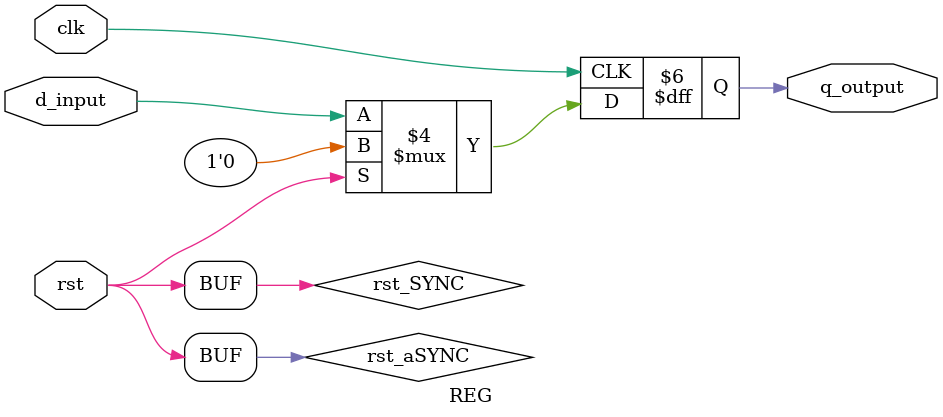
<source format=v>
module REG (clk, rst, d_input, q_output);
parameter REG_WIDTH = 1 ;
parameter RSTTYPE = "SYNC" ;
input clk , rst ;
input [REG_WIDTH-1: 0 ] d_input;
output reg  [REG_WIDTH-1: 0 ] q_output;   
wire  rst_aSYNC ;
reg  rst_SYNC ; 
 assign rst_aSYNC = rst ;
always @(*) begin
   rst_SYNC = rst ;  
end
generate 
if (RSTTYPE == "SYNC") begin
    always @( posedge clk ) begin
    if (rst_SYNC) begin
       q_output<= 0 ;    
    end  
    else begin
        q_output <= d_input ; 
    end
end    
end else if (RSTTYPE == "ASYNC")begin
    always @( posedge clk or posedge rst_aSYNC ) begin
    if (rst_aSYNC) begin
       q_output<= 0 ;    
    end  
    else begin
        q_output <= d_input ; 
    end
end    
end  
endgenerate
endmodule
</source>
